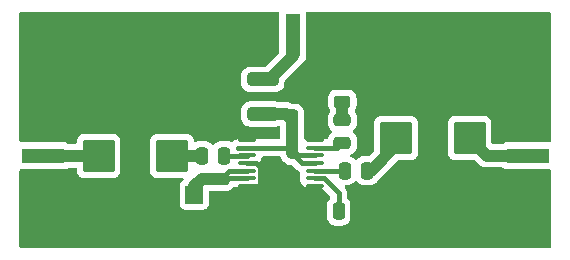
<source format=gbr>
%TF.GenerationSoftware,KiCad,Pcbnew,7.0.7*%
%TF.CreationDate,2023-09-08T15:52:54-04:00*%
%TF.ProjectId,AD8367AGCAmp,41443833-3637-4414-9743-416d702e6b69,rev?*%
%TF.SameCoordinates,PX6422c40PY52f83c0*%
%TF.FileFunction,Copper,L1,Top*%
%TF.FilePolarity,Positive*%
%FSLAX46Y46*%
G04 Gerber Fmt 4.6, Leading zero omitted, Abs format (unit mm)*
G04 Created by KiCad (PCBNEW 7.0.7) date 2023-09-08 15:52:54*
%MOMM*%
%LPD*%
G01*
G04 APERTURE LIST*
G04 Aperture macros list*
%AMRoundRect*
0 Rectangle with rounded corners*
0 $1 Rounding radius*
0 $2 $3 $4 $5 $6 $7 $8 $9 X,Y pos of 4 corners*
0 Add a 4 corners polygon primitive as box body*
4,1,4,$2,$3,$4,$5,$6,$7,$8,$9,$2,$3,0*
0 Add four circle primitives for the rounded corners*
1,1,$1+$1,$2,$3*
1,1,$1+$1,$4,$5*
1,1,$1+$1,$6,$7*
1,1,$1+$1,$8,$9*
0 Add four rect primitives between the rounded corners*
20,1,$1+$1,$2,$3,$4,$5,0*
20,1,$1+$1,$4,$5,$6,$7,0*
20,1,$1+$1,$6,$7,$8,$9,0*
20,1,$1+$1,$8,$9,$2,$3,0*%
G04 Aperture macros list end*
%TA.AperFunction,SMDPad,CuDef*%
%ADD10RoundRect,0.099900X1.250100X-1.250100X1.250100X1.250100X-1.250100X1.250100X-1.250100X-1.250100X0*%
%TD*%
%TA.AperFunction,SMDPad,CuDef*%
%ADD11R,3.600000X1.270000*%
%TD*%
%TA.AperFunction,SMDPad,CuDef*%
%ADD12R,4.200000X1.350000*%
%TD*%
%TA.AperFunction,SMDPad,CuDef*%
%ADD13RoundRect,0.250000X-1.075000X0.312500X-1.075000X-0.312500X1.075000X-0.312500X1.075000X0.312500X0*%
%TD*%
%TA.AperFunction,SMDPad,CuDef*%
%ADD14RoundRect,0.250000X0.250000X0.475000X-0.250000X0.475000X-0.250000X-0.475000X0.250000X-0.475000X0*%
%TD*%
%TA.AperFunction,SMDPad,CuDef*%
%ADD15RoundRect,0.250000X-0.475000X0.250000X-0.475000X-0.250000X0.475000X-0.250000X0.475000X0.250000X0*%
%TD*%
%TA.AperFunction,SMDPad,CuDef*%
%ADD16R,1.500000X1.500000*%
%TD*%
%TA.AperFunction,SMDPad,CuDef*%
%ADD17RoundRect,0.250000X0.450000X-0.262500X0.450000X0.262500X-0.450000X0.262500X-0.450000X-0.262500X0*%
%TD*%
%TA.AperFunction,SMDPad,CuDef*%
%ADD18R,1.270000X3.600000*%
%TD*%
%TA.AperFunction,SMDPad,CuDef*%
%ADD19R,1.350000X4.200000*%
%TD*%
%TA.AperFunction,SMDPad,CuDef*%
%ADD20RoundRect,0.250000X0.475000X-0.250000X0.475000X0.250000X-0.475000X0.250000X-0.475000X-0.250000X0*%
%TD*%
%TA.AperFunction,SMDPad,CuDef*%
%ADD21RoundRect,0.099900X-1.250100X1.250100X-1.250100X-1.250100X1.250100X-1.250100X1.250100X1.250100X0*%
%TD*%
%TA.AperFunction,SMDPad,CuDef*%
%ADD22RoundRect,0.100000X-0.637500X-0.100000X0.637500X-0.100000X0.637500X0.100000X-0.637500X0.100000X0*%
%TD*%
%TA.AperFunction,ViaPad*%
%ADD23C,0.800000*%
%TD*%
%TA.AperFunction,Conductor*%
%ADD24C,0.400000*%
%TD*%
%TA.AperFunction,Conductor*%
%ADD25C,1.000000*%
%TD*%
G04 APERTURE END LIST*
D10*
%TO.P,L2,1,1*%
%TO.N,Net-(C5-Pad1)*%
X31890000Y-10690000D03*
%TO.P,L2,2,2*%
%TO.N,Earth*%
X31890000Y-18310000D03*
%TO.P,L2,3,3*%
X38110000Y-18310000D03*
%TO.P,L2,4,4*%
%TO.N,Net-(J2-In)*%
X38110000Y-10690000D03*
%TD*%
D11*
%TO.P,J1,1,In*%
%TO.N,Net-(J1-In)*%
X1962500Y-12200000D03*
D12*
%TO.P,J1,2,Ext*%
%TO.N,Earth*%
X2162500Y-9375000D03*
X2162500Y-15025000D03*
%TD*%
D13*
%TO.P,R1,1*%
%TO.N,+5V*%
X20600000Y-5737500D03*
%TO.P,R1,2*%
%TO.N,Net-(U1-EN)*%
X20600000Y-8662500D03*
%TD*%
D14*
%TO.P,C6,1*%
%TO.N,Net-(U1-DECL)*%
X27014000Y-16886000D03*
%TO.P,C6,2*%
%TO.N,Earth*%
X25114000Y-16886000D03*
%TD*%
D15*
%TO.P,C2,1*%
%TO.N,Net-(U1-DETO)*%
X17047000Y-14158000D03*
%TO.P,C2,2*%
%TO.N,Earth*%
X17047000Y-16058000D03*
%TD*%
D16*
%TO.P,TP1,1,1*%
%TO.N,Net-(U1-DETO)*%
X14800000Y-15500000D03*
%TD*%
D17*
%TO.P,R2,1*%
%TO.N,Net-(C4-Pad2)*%
X27334000Y-7612500D03*
%TO.P,R2,2*%
%TO.N,Earth*%
X27334000Y-5787500D03*
%TD*%
D18*
%TO.P,J3,1,In*%
%TO.N,+5V*%
X23143000Y-1962500D03*
D19*
%TO.P,J3,2,Ext*%
%TO.N,Earth*%
X25968000Y-2162500D03*
X20318000Y-2162500D03*
%TD*%
D20*
%TO.P,C4,1*%
%TO.N,Net-(U1-HPFL)*%
X27334000Y-11105000D03*
%TO.P,C4,2*%
%TO.N,Net-(C4-Pad2)*%
X27334000Y-9205000D03*
%TD*%
D21*
%TO.P,L1,1,1*%
%TO.N,Net-(C1-Pad2)*%
X12910000Y-12210000D03*
%TO.P,L1,2,2*%
%TO.N,Earth*%
X12910000Y-4590000D03*
%TO.P,L1,3,3*%
X6690000Y-4590000D03*
%TO.P,L1,4,4*%
%TO.N,Net-(J1-In)*%
X6690000Y-12210000D03*
%TD*%
D14*
%TO.P,C5,1*%
%TO.N,Net-(C5-Pad1)*%
X29427000Y-13457000D03*
%TO.P,C5,2*%
%TO.N,Net-(U1-OUTPUT)*%
X27527000Y-13457000D03*
%TD*%
%TO.P,C3,1*%
%TO.N,Earth*%
X24982000Y-9012000D03*
%TO.P,C3,2*%
%TO.N,Net-(U1-EN)*%
X23082000Y-9012000D03*
%TD*%
%TO.P,C1,1*%
%TO.N,Net-(U1-INPUT)*%
X17350000Y-12187000D03*
%TO.P,C1,2*%
%TO.N,Net-(C1-Pad2)*%
X15450000Y-12187000D03*
%TD*%
D11*
%TO.P,J2,1,In*%
%TO.N,Net-(J2-In)*%
X43037500Y-12187000D03*
D12*
%TO.P,J2,2,Ext*%
%TO.N,Earth*%
X42837500Y-15012000D03*
X42837500Y-9362000D03*
%TD*%
D22*
%TO.P,U1,1,ICOM*%
%TO.N,Earth*%
X19264500Y-10872000D03*
%TO.P,U1,2,EN*%
%TO.N,Net-(U1-EN)*%
X19264500Y-11522000D03*
%TO.P,U1,3,INPUT*%
%TO.N,Net-(U1-INPUT)*%
X19264500Y-12172000D03*
%TO.P,U1,4,MODE*%
%TO.N,Earth*%
X19264500Y-12822000D03*
%TO.P,U1,5,GAIN*%
%TO.N,Net-(U1-DETO)*%
X19264500Y-13472000D03*
%TO.P,U1,6,DETO*%
X19264500Y-14122000D03*
%TO.P,U1,7,ICOM*%
%TO.N,Earth*%
X19264500Y-14772000D03*
%TO.P,U1,8,OCOM*%
X24989500Y-14772000D03*
%TO.P,U1,9,DECL*%
%TO.N,Net-(U1-DECL)*%
X24989500Y-14122000D03*
%TO.P,U1,10,OUTPUT*%
%TO.N,Net-(U1-OUTPUT)*%
X24989500Y-13472000D03*
%TO.P,U1,11,VPSO*%
%TO.N,Net-(U1-EN)*%
X24989500Y-12822000D03*
%TO.P,U1,12,VPSI*%
X24989500Y-12172000D03*
%TO.P,U1,13,HPFL*%
%TO.N,Net-(U1-HPFL)*%
X24989500Y-11522000D03*
%TO.P,U1,14,ICOM*%
%TO.N,Earth*%
X24989500Y-10872000D03*
%TD*%
D23*
%TO.N,Earth*%
X18000000Y-2000000D03*
X43000000Y-18000000D03*
X13000000Y-16000000D03*
X16000000Y-9000000D03*
X2000000Y-18000000D03*
X25000000Y-6000000D03*
X43000000Y-2000000D03*
X22000000Y-18000000D03*
X29000000Y-16000000D03*
X31000000Y-6000000D03*
X2000000Y-2000000D03*
X35000000Y-18000000D03*
X28000000Y-2000000D03*
%TD*%
D24*
%TO.N,Net-(U1-INPUT)*%
X17350000Y-12187000D02*
X19249500Y-12187000D01*
X19249500Y-12187000D02*
X19264500Y-12172000D01*
%TO.N,Net-(C1-Pad2)*%
X12933000Y-12187000D02*
X12910000Y-12210000D01*
D25*
X15450000Y-12187000D02*
X12933000Y-12187000D01*
%TO.N,Net-(U1-DETO)*%
X14800000Y-14800000D02*
X14800000Y-15500000D01*
D24*
X17083000Y-14122000D02*
X17047000Y-14158000D01*
D25*
X17047000Y-14158000D02*
X15442000Y-14158000D01*
X15442000Y-14158000D02*
X14800000Y-14800000D01*
D24*
X19264500Y-14122000D02*
X17083000Y-14122000D01*
X17733000Y-13472000D02*
X17047000Y-14158000D01*
X19264500Y-13472000D02*
X17733000Y-13472000D01*
%TO.N,Earth*%
X20402000Y-13164893D02*
X20402000Y-14598000D01*
X20228000Y-14772000D02*
X19264500Y-14772000D01*
X20402000Y-14598000D02*
X20228000Y-14772000D01*
X20059107Y-12822000D02*
X20402000Y-13164893D01*
X19264500Y-12822000D02*
X20059107Y-12822000D01*
%TO.N,Net-(U1-EN)*%
X22899500Y-9012000D02*
X23082000Y-9012000D01*
X23904000Y-12822000D02*
X24989500Y-12822000D01*
D25*
X20600000Y-8662500D02*
X22550000Y-8662500D01*
X22550000Y-8662500D02*
X22899500Y-9012000D01*
D24*
X19264500Y-11522000D02*
X18469893Y-11522000D01*
X23544893Y-12172000D02*
X24989500Y-12172000D01*
X22894893Y-11522000D02*
X23544893Y-12172000D01*
X19264500Y-11522000D02*
X22894893Y-11522000D01*
X23082000Y-12000000D02*
X23082000Y-11709107D01*
D25*
X23082000Y-9012000D02*
X23082000Y-12000000D01*
D24*
X23082000Y-11709107D02*
X22894893Y-11522000D01*
X23082000Y-12000000D02*
X23904000Y-12822000D01*
%TO.N,Net-(U1-HPFL)*%
X24989500Y-11522000D02*
X26917000Y-11522000D01*
X26917000Y-11522000D02*
X27334000Y-11105000D01*
D25*
%TO.N,Net-(C4-Pad2)*%
X27334000Y-9205000D02*
X27334000Y-7638500D01*
%TO.N,Net-(C5-Pad1)*%
X31890000Y-10690000D02*
X31890000Y-11314000D01*
X31890000Y-11314000D02*
X29747000Y-13457000D01*
X29747000Y-13457000D02*
X29427000Y-13457000D01*
D24*
%TO.N,Net-(U1-OUTPUT)*%
X27512000Y-13472000D02*
X27527000Y-13457000D01*
X24989500Y-13472000D02*
X27512000Y-13472000D01*
%TO.N,Net-(U1-DECL)*%
X25784107Y-14122000D02*
X27014000Y-15351893D01*
X27014000Y-15351893D02*
X27014000Y-16886000D01*
X24989500Y-14122000D02*
X25784107Y-14122000D01*
D25*
%TO.N,Net-(J1-In)*%
X6680000Y-12200000D02*
X1962500Y-12200000D01*
D24*
X6690000Y-12210000D02*
X6680000Y-12200000D01*
D25*
%TO.N,Net-(J2-In)*%
X39607000Y-12187000D02*
X38110000Y-10690000D01*
X43037500Y-12187000D02*
X39607000Y-12187000D01*
%TO.N,+5V*%
X23143000Y-1962500D02*
X23143000Y-3744500D01*
X23143000Y-3744500D02*
X21300000Y-5587500D01*
%TD*%
%TA.AperFunction,Conductor*%
%TO.N,Earth*%
G36*
X21950539Y-20185D02*
G01*
X21996294Y-72989D01*
X22007500Y-124500D01*
X22007500Y-3413717D01*
X21987815Y-3480756D01*
X21971181Y-3501398D01*
X20834397Y-4638181D01*
X20773074Y-4671666D01*
X20746716Y-4674500D01*
X19474998Y-4674500D01*
X19474981Y-4674501D01*
X19372203Y-4685000D01*
X19372200Y-4685001D01*
X19205668Y-4740185D01*
X19205663Y-4740187D01*
X19056342Y-4832289D01*
X18932289Y-4956342D01*
X18840187Y-5105663D01*
X18840185Y-5105666D01*
X18840186Y-5105666D01*
X18785001Y-5272203D01*
X18785001Y-5272204D01*
X18785000Y-5272204D01*
X18774500Y-5374983D01*
X18774500Y-6100001D01*
X18774501Y-6100019D01*
X18785000Y-6202796D01*
X18785001Y-6202799D01*
X18840185Y-6369331D01*
X18840186Y-6369334D01*
X18932288Y-6518656D01*
X19056344Y-6642712D01*
X19205666Y-6734814D01*
X19372203Y-6789999D01*
X19474991Y-6800500D01*
X21725008Y-6800499D01*
X21827797Y-6789999D01*
X21994334Y-6734814D01*
X22143656Y-6642712D01*
X22267712Y-6518656D01*
X22359814Y-6369334D01*
X22414999Y-6202797D01*
X22425500Y-6100009D01*
X22425499Y-5928282D01*
X22445183Y-5861243D01*
X22461813Y-5840606D01*
X23841487Y-4460933D01*
X23906053Y-4399559D01*
X23941112Y-4349186D01*
X23943925Y-4345457D01*
X23982698Y-4297907D01*
X23998605Y-4267453D01*
X24002674Y-4260738D01*
X24022295Y-4232549D01*
X24026740Y-4222190D01*
X24066379Y-4171824D01*
X24135546Y-4120046D01*
X24221796Y-4004831D01*
X24272091Y-3869983D01*
X24278500Y-3810373D01*
X24278499Y-124499D01*
X24298184Y-57461D01*
X24350988Y-11706D01*
X24402499Y-500D01*
X27199901Y-500D01*
X44875500Y-500D01*
X44942539Y-20185D01*
X44988294Y-72989D01*
X44999500Y-124500D01*
X44999500Y-10927500D01*
X44979815Y-10994539D01*
X44927011Y-11040294D01*
X44875500Y-11051500D01*
X41189629Y-11051500D01*
X41189623Y-11051501D01*
X41130016Y-11057908D01*
X40995171Y-11108202D01*
X40995169Y-11108204D01*
X40923618Y-11161767D01*
X40858154Y-11186184D01*
X40849307Y-11186500D01*
X40084499Y-11186500D01*
X40017460Y-11166815D01*
X39971705Y-11114011D01*
X39960499Y-11062500D01*
X39960499Y-9400547D01*
X39958464Y-9385093D01*
X39945046Y-9283164D01*
X39936180Y-9261760D01*
X39884550Y-9137110D01*
X39884548Y-9137107D01*
X39788310Y-9011689D01*
X39662892Y-8915451D01*
X39662889Y-8915450D01*
X39516839Y-8854955D01*
X39516837Y-8854954D01*
X39516836Y-8854954D01*
X39399453Y-8839500D01*
X36820547Y-8839500D01*
X36703163Y-8854954D01*
X36703157Y-8854956D01*
X36557110Y-8915449D01*
X36557107Y-8915451D01*
X36431689Y-9011689D01*
X36335451Y-9137107D01*
X36335450Y-9137110D01*
X36274955Y-9283160D01*
X36274954Y-9283164D01*
X36259500Y-9400539D01*
X36259500Y-11979452D01*
X36274954Y-12096836D01*
X36274956Y-12096842D01*
X36335449Y-12242889D01*
X36335451Y-12242892D01*
X36431689Y-12368310D01*
X36557107Y-12464548D01*
X36557108Y-12464548D01*
X36557109Y-12464549D01*
X36703164Y-12525046D01*
X36820547Y-12540500D01*
X38494215Y-12540499D01*
X38561254Y-12560184D01*
X38581896Y-12576818D01*
X38890566Y-12885487D01*
X38951938Y-12950050D01*
X38951941Y-12950053D01*
X39002281Y-12985092D01*
X39006043Y-12987928D01*
X39053587Y-13026694D01*
X39053590Y-13026695D01*
X39053593Y-13026698D01*
X39084045Y-13042604D01*
X39090758Y-13046672D01*
X39118951Y-13066295D01*
X39175329Y-13090489D01*
X39179578Y-13092507D01*
X39233951Y-13120909D01*
X39261489Y-13128788D01*
X39266974Y-13130358D01*
X39274368Y-13132990D01*
X39305942Y-13146540D01*
X39305945Y-13146540D01*
X39305946Y-13146541D01*
X39366022Y-13158887D01*
X39370600Y-13160010D01*
X39384501Y-13163987D01*
X39429582Y-13176887D01*
X39463839Y-13179495D01*
X39471614Y-13180586D01*
X39505255Y-13187500D01*
X39505259Y-13187500D01*
X39566599Y-13187500D01*
X39571305Y-13187678D01*
X39606063Y-13190325D01*
X39632476Y-13192337D01*
X39632476Y-13192336D01*
X39632477Y-13192337D01*
X39666560Y-13187996D01*
X39674390Y-13187500D01*
X40849307Y-13187500D01*
X40916346Y-13207185D01*
X40923618Y-13212233D01*
X40995169Y-13265796D01*
X40995170Y-13265796D01*
X40995171Y-13265797D01*
X41130017Y-13316091D01*
X41130016Y-13316091D01*
X41136944Y-13316835D01*
X41189627Y-13322500D01*
X44875500Y-13322499D01*
X44942539Y-13342184D01*
X44988294Y-13394988D01*
X44999500Y-13446499D01*
X44999500Y-19875500D01*
X44979815Y-19942539D01*
X44927011Y-19988294D01*
X44875500Y-19999500D01*
X124500Y-19999500D01*
X57461Y-19979815D01*
X11706Y-19927011D01*
X500Y-19875500D01*
X500Y-13459499D01*
X20185Y-13392460D01*
X72989Y-13346705D01*
X124495Y-13335499D01*
X3810372Y-13335499D01*
X3869983Y-13329091D01*
X4004831Y-13278796D01*
X4076381Y-13225233D01*
X4141846Y-13200816D01*
X4150693Y-13200500D01*
X4715501Y-13200500D01*
X4782540Y-13220185D01*
X4828295Y-13272989D01*
X4839501Y-13324500D01*
X4839501Y-13499452D01*
X4854954Y-13616836D01*
X4854956Y-13616842D01*
X4915449Y-13762889D01*
X4915451Y-13762892D01*
X5011689Y-13888310D01*
X5137107Y-13984548D01*
X5137108Y-13984548D01*
X5137109Y-13984549D01*
X5283164Y-14045046D01*
X5400547Y-14060500D01*
X7979452Y-14060499D01*
X8096836Y-14045046D01*
X8242891Y-13984549D01*
X8368310Y-13888310D01*
X8464549Y-13762891D01*
X8525046Y-13616836D01*
X8540500Y-13499453D01*
X8540500Y-13499452D01*
X11059500Y-13499452D01*
X11074954Y-13616836D01*
X11074956Y-13616842D01*
X11135449Y-13762889D01*
X11135451Y-13762892D01*
X11231689Y-13888310D01*
X11357107Y-13984548D01*
X11357108Y-13984548D01*
X11357109Y-13984549D01*
X11503164Y-14045046D01*
X11620547Y-14060500D01*
X13779142Y-14060499D01*
X13846181Y-14080184D01*
X13891936Y-14132987D01*
X13901880Y-14202146D01*
X13872855Y-14265702D01*
X13822476Y-14300680D01*
X13807675Y-14306200D01*
X13807664Y-14306206D01*
X13692455Y-14392452D01*
X13692452Y-14392455D01*
X13606206Y-14507664D01*
X13606202Y-14507671D01*
X13555908Y-14642517D01*
X13549501Y-14702116D01*
X13549500Y-14702135D01*
X13549500Y-16297870D01*
X13549501Y-16297876D01*
X13555908Y-16357483D01*
X13606202Y-16492328D01*
X13606206Y-16492335D01*
X13692452Y-16607544D01*
X13692455Y-16607547D01*
X13807664Y-16693793D01*
X13807671Y-16693797D01*
X13942517Y-16744091D01*
X13942516Y-16744091D01*
X13949444Y-16744835D01*
X14002127Y-16750500D01*
X15597872Y-16750499D01*
X15657483Y-16744091D01*
X15792331Y-16693796D01*
X15907546Y-16607546D01*
X15993796Y-16492331D01*
X16044091Y-16357483D01*
X16050500Y-16297873D01*
X16050499Y-15282499D01*
X16070183Y-15215461D01*
X16122987Y-15169706D01*
X16174499Y-15158500D01*
X17100766Y-15158500D01*
X17100786Y-15158499D01*
X17572002Y-15158499D01*
X17572008Y-15158499D01*
X17674797Y-15147999D01*
X17841334Y-15092814D01*
X17990656Y-15000712D01*
X18114712Y-14876656D01*
X18114714Y-14876652D01*
X18119195Y-14870987D01*
X18121412Y-14872740D01*
X18163737Y-14834676D01*
X18217323Y-14822500D01*
X19310612Y-14822500D01*
X19310628Y-14822499D01*
X19941363Y-14822499D01*
X20058753Y-14807046D01*
X20058757Y-14807044D01*
X20058762Y-14807044D01*
X20204841Y-14746536D01*
X20330282Y-14650282D01*
X20426536Y-14524841D01*
X20487044Y-14378762D01*
X20502500Y-14261361D01*
X20502499Y-13982640D01*
X20502499Y-13982638D01*
X20502499Y-13982636D01*
X20487046Y-13865246D01*
X20487044Y-13865239D01*
X20487044Y-13865238D01*
X20478434Y-13844451D01*
X20470965Y-13774982D01*
X20478432Y-13749549D01*
X20487044Y-13728762D01*
X20502500Y-13611361D01*
X20502499Y-13332640D01*
X20502499Y-13332636D01*
X20487046Y-13215246D01*
X20487044Y-13215241D01*
X20487044Y-13215238D01*
X20426536Y-13069159D01*
X20330282Y-12943718D01*
X20299860Y-12920374D01*
X20258658Y-12863949D01*
X20254503Y-12794203D01*
X20288714Y-12733282D01*
X20299851Y-12723631D01*
X20330282Y-12700282D01*
X20426536Y-12574841D01*
X20487044Y-12428762D01*
X20500004Y-12330314D01*
X20528272Y-12266418D01*
X20586596Y-12227947D01*
X20622944Y-12222500D01*
X22012165Y-12222500D01*
X22079204Y-12242185D01*
X22124959Y-12294989D01*
X22130478Y-12309378D01*
X22157838Y-12396582D01*
X22157844Y-12396594D01*
X22256589Y-12574499D01*
X22256592Y-12574504D01*
X22389132Y-12728893D01*
X22389134Y-12728895D01*
X22550037Y-12853445D01*
X22550038Y-12853445D01*
X22550042Y-12853448D01*
X22732729Y-12943060D01*
X22929715Y-12994063D01*
X23046066Y-12999963D01*
X23112023Y-13023018D01*
X23127466Y-13036123D01*
X23392392Y-13301048D01*
X23394928Y-13303742D01*
X23436071Y-13350183D01*
X23483631Y-13383011D01*
X23487115Y-13385416D01*
X23490120Y-13387626D01*
X23538944Y-13425878D01*
X23538946Y-13425879D01*
X23538949Y-13425881D01*
X23548177Y-13430034D01*
X23567731Y-13441062D01*
X23576066Y-13446816D01*
X23576068Y-13446816D01*
X23576070Y-13446818D01*
X23634067Y-13468812D01*
X23637488Y-13470229D01*
X23678394Y-13488640D01*
X23731447Y-13534104D01*
X23751498Y-13601035D01*
X23751500Y-13601705D01*
X23751500Y-13611360D01*
X23766953Y-13728753D01*
X23766957Y-13728765D01*
X23775566Y-13749550D01*
X23783033Y-13819019D01*
X23775566Y-13844450D01*
X23766957Y-13865234D01*
X23766955Y-13865239D01*
X23751500Y-13982638D01*
X23751500Y-14261363D01*
X23766953Y-14378753D01*
X23766956Y-14378762D01*
X23827410Y-14524712D01*
X23827464Y-14524841D01*
X23923718Y-14650282D01*
X24049159Y-14746536D01*
X24195238Y-14807044D01*
X24312639Y-14822500D01*
X24942946Y-14822499D01*
X24942964Y-14822500D01*
X24947128Y-14822500D01*
X25442588Y-14822500D01*
X25509627Y-14842185D01*
X25530269Y-14858819D01*
X26277181Y-15605731D01*
X26310666Y-15667054D01*
X26313500Y-15693412D01*
X26313500Y-15748769D01*
X26293815Y-15815808D01*
X26277182Y-15836450D01*
X26171287Y-15942345D01*
X26079187Y-16091663D01*
X26079185Y-16091668D01*
X26076457Y-16099901D01*
X26024001Y-16258203D01*
X26024001Y-16258204D01*
X26024000Y-16258204D01*
X26013500Y-16360983D01*
X26013500Y-17411001D01*
X26013501Y-17411019D01*
X26024000Y-17513796D01*
X26024001Y-17513799D01*
X26079185Y-17680331D01*
X26079186Y-17680334D01*
X26171288Y-17829656D01*
X26295344Y-17953712D01*
X26444666Y-18045814D01*
X26611203Y-18100999D01*
X26713991Y-18111500D01*
X27314008Y-18111499D01*
X27314016Y-18111498D01*
X27314019Y-18111498D01*
X27370302Y-18105748D01*
X27416797Y-18100999D01*
X27583334Y-18045814D01*
X27732656Y-17953712D01*
X27856712Y-17829656D01*
X27948814Y-17680334D01*
X28003999Y-17513797D01*
X28014500Y-17411009D01*
X28014499Y-16360992D01*
X28014140Y-16357482D01*
X28003999Y-16258203D01*
X28003998Y-16258200D01*
X27948814Y-16091666D01*
X27856712Y-15942344D01*
X27750817Y-15836449D01*
X27717333Y-15775127D01*
X27714500Y-15748778D01*
X27714500Y-15374893D01*
X27714610Y-15371216D01*
X27718357Y-15309287D01*
X27707177Y-15248279D01*
X27706615Y-15244582D01*
X27699140Y-15183022D01*
X27699139Y-15183018D01*
X27695546Y-15173544D01*
X27689519Y-15151922D01*
X27687694Y-15141963D01*
X27687694Y-15141961D01*
X27662239Y-15085405D01*
X27660809Y-15081950D01*
X27638818Y-15023963D01*
X27633059Y-15015620D01*
X27622030Y-14996065D01*
X27617877Y-14986836D01*
X27617874Y-14986831D01*
X27579633Y-14938020D01*
X27577413Y-14935003D01*
X27537922Y-14877791D01*
X27540445Y-14876048D01*
X27516683Y-14825509D01*
X27525857Y-14756244D01*
X27571023Y-14702935D01*
X27637839Y-14682507D01*
X27639217Y-14682499D01*
X27827002Y-14682499D01*
X27827008Y-14682499D01*
X27929797Y-14671999D01*
X28096334Y-14616814D01*
X28245656Y-14524712D01*
X28369712Y-14400656D01*
X28371461Y-14397819D01*
X28373169Y-14396283D01*
X28374193Y-14394989D01*
X28374414Y-14395163D01*
X28423406Y-14351096D01*
X28492368Y-14339872D01*
X28556451Y-14367713D01*
X28582537Y-14397817D01*
X28584288Y-14400656D01*
X28708344Y-14524712D01*
X28857666Y-14616814D01*
X29024203Y-14671999D01*
X29126991Y-14682500D01*
X29727008Y-14682499D01*
X29727016Y-14682498D01*
X29727019Y-14682498D01*
X29783302Y-14676748D01*
X29829797Y-14671999D01*
X29996334Y-14616814D01*
X30145656Y-14524712D01*
X30269712Y-14400656D01*
X30348752Y-14272510D01*
X30378693Y-14241660D01*
X30377646Y-14240376D01*
X30382518Y-14236403D01*
X30382519Y-14236402D01*
X30425917Y-14193002D01*
X30429336Y-14189834D01*
X30475895Y-14149866D01*
X30496931Y-14122688D01*
X30502101Y-14116818D01*
X32042102Y-12576817D01*
X32103425Y-12543333D01*
X32129783Y-12540499D01*
X33179453Y-12540499D01*
X33193108Y-12538701D01*
X33296836Y-12525046D01*
X33406377Y-12479673D01*
X33442889Y-12464550D01*
X33442892Y-12464548D01*
X33482467Y-12434181D01*
X33568310Y-12368310D01*
X33664549Y-12242891D01*
X33725046Y-12096836D01*
X33740500Y-11979453D01*
X33740499Y-9400548D01*
X33725046Y-9283164D01*
X33716180Y-9261760D01*
X33664550Y-9137110D01*
X33664548Y-9137107D01*
X33568310Y-9011689D01*
X33442892Y-8915451D01*
X33442889Y-8915450D01*
X33296839Y-8854955D01*
X33296837Y-8854954D01*
X33296836Y-8854954D01*
X33179453Y-8839500D01*
X30600547Y-8839500D01*
X30483163Y-8854954D01*
X30483157Y-8854956D01*
X30337110Y-8915449D01*
X30337107Y-8915451D01*
X30211689Y-9011689D01*
X30115451Y-9137107D01*
X30115450Y-9137110D01*
X30054955Y-9283160D01*
X30054954Y-9283164D01*
X30039500Y-9400539D01*
X30039500Y-11698216D01*
X30019815Y-11765255D01*
X30003181Y-11785897D01*
X29593897Y-12195181D01*
X29532574Y-12228666D01*
X29506216Y-12231500D01*
X29126998Y-12231500D01*
X29126980Y-12231501D01*
X29024203Y-12242000D01*
X29024200Y-12242001D01*
X28857668Y-12297185D01*
X28857663Y-12297187D01*
X28708342Y-12389289D01*
X28584288Y-12513343D01*
X28584282Y-12513351D01*
X28582531Y-12516190D01*
X28580823Y-12517725D01*
X28579807Y-12519011D01*
X28579587Y-12518837D01*
X28530579Y-12562910D01*
X28461615Y-12574125D01*
X28397536Y-12546275D01*
X28371459Y-12516176D01*
X28369712Y-12513344D01*
X28245656Y-12389288D01*
X28150043Y-12330314D01*
X28096336Y-12297187D01*
X28096331Y-12297185D01*
X28079193Y-12291506D01*
X28021750Y-12251731D01*
X27994929Y-12187215D01*
X28007246Y-12118439D01*
X28054790Y-12067241D01*
X28079184Y-12056100D01*
X28128334Y-12039814D01*
X28277656Y-11947712D01*
X28401712Y-11823656D01*
X28493814Y-11674334D01*
X28548999Y-11507797D01*
X28559500Y-11405009D01*
X28559499Y-10804992D01*
X28556557Y-10776195D01*
X28548999Y-10702203D01*
X28548998Y-10702200D01*
X28547441Y-10697500D01*
X28493814Y-10535666D01*
X28401712Y-10386344D01*
X28277656Y-10262288D01*
X28274819Y-10260538D01*
X28273283Y-10258830D01*
X28271989Y-10257807D01*
X28272163Y-10257585D01*
X28228096Y-10208594D01*
X28216872Y-10139632D01*
X28244713Y-10075549D01*
X28274817Y-10049462D01*
X28277656Y-10047712D01*
X28401712Y-9923656D01*
X28493814Y-9774334D01*
X28548999Y-9607797D01*
X28559500Y-9505009D01*
X28559499Y-8904992D01*
X28548999Y-8802203D01*
X28493814Y-8635666D01*
X28401712Y-8486344D01*
X28401143Y-8485775D01*
X28400877Y-8485288D01*
X28397234Y-8480681D01*
X28398021Y-8480058D01*
X28367658Y-8424452D01*
X28372642Y-8354760D01*
X28383279Y-8333008D01*
X28468814Y-8194334D01*
X28523999Y-8027797D01*
X28534500Y-7925009D01*
X28534499Y-7299992D01*
X28523999Y-7197203D01*
X28468814Y-7030666D01*
X28376712Y-6881344D01*
X28252656Y-6757288D01*
X28103334Y-6665186D01*
X27936797Y-6610001D01*
X27936795Y-6610000D01*
X27834010Y-6599500D01*
X26833998Y-6599500D01*
X26833980Y-6599501D01*
X26731203Y-6610000D01*
X26731200Y-6610001D01*
X26564668Y-6665185D01*
X26564663Y-6665187D01*
X26415342Y-6757289D01*
X26291289Y-6881342D01*
X26199187Y-7030663D01*
X26199185Y-7030666D01*
X26199186Y-7030666D01*
X26144001Y-7197203D01*
X26144001Y-7197204D01*
X26144000Y-7197204D01*
X26133500Y-7299983D01*
X26133500Y-7925001D01*
X26133501Y-7925019D01*
X26144000Y-8027796D01*
X26144001Y-8027799D01*
X26199185Y-8194331D01*
X26199189Y-8194340D01*
X26284714Y-8332998D01*
X26303154Y-8400390D01*
X26282231Y-8467053D01*
X26266864Y-8485768D01*
X26266289Y-8486342D01*
X26174187Y-8635663D01*
X26174185Y-8635666D01*
X26174186Y-8635666D01*
X26119001Y-8802203D01*
X26119001Y-8802204D01*
X26119000Y-8802204D01*
X26108500Y-8904983D01*
X26108500Y-9505001D01*
X26108501Y-9505019D01*
X26119000Y-9607796D01*
X26119001Y-9607799D01*
X26174185Y-9774331D01*
X26174187Y-9774336D01*
X26191651Y-9802650D01*
X26266288Y-9923656D01*
X26390344Y-10047712D01*
X26393174Y-10049458D01*
X26394708Y-10051163D01*
X26396011Y-10052193D01*
X26395835Y-10052415D01*
X26439901Y-10101401D01*
X26451127Y-10170363D01*
X26423288Y-10234447D01*
X26393190Y-10260531D01*
X26390351Y-10262282D01*
X26390343Y-10262288D01*
X26266289Y-10386342D01*
X26174187Y-10535663D01*
X26174185Y-10535666D01*
X26174186Y-10535666D01*
X26120560Y-10697500D01*
X26119001Y-10702204D01*
X26119000Y-10702205D01*
X26118194Y-10710102D01*
X26091798Y-10774794D01*
X26034617Y-10814945D01*
X25994836Y-10821500D01*
X24312636Y-10821500D01*
X24222683Y-10833342D01*
X24153648Y-10822575D01*
X24101393Y-10776195D01*
X24082500Y-10710403D01*
X24082500Y-8958527D01*
X24082499Y-8958502D01*
X24082499Y-8486998D01*
X24082498Y-8486981D01*
X24071999Y-8384203D01*
X24071998Y-8384200D01*
X24016814Y-8217666D01*
X23924712Y-8068344D01*
X23800656Y-7944288D01*
X23651334Y-7852186D01*
X23484797Y-7797001D01*
X23484795Y-7797000D01*
X23382016Y-7786500D01*
X23382009Y-7786500D01*
X23071209Y-7786500D01*
X23022313Y-7776452D01*
X22981672Y-7759011D01*
X22977436Y-7757000D01*
X22948883Y-7742085D01*
X22923052Y-7728592D01*
X22923049Y-7728591D01*
X22917008Y-7726862D01*
X22890030Y-7719142D01*
X22882630Y-7716508D01*
X22851057Y-7702959D01*
X22851058Y-7702959D01*
X22790966Y-7690609D01*
X22786391Y-7689486D01*
X22727420Y-7672613D01*
X22727425Y-7672613D01*
X22693158Y-7670003D01*
X22685380Y-7668912D01*
X22651742Y-7662000D01*
X22651741Y-7662000D01*
X22590402Y-7662000D01*
X22585695Y-7661821D01*
X22580121Y-7661396D01*
X22524524Y-7657162D01*
X22504589Y-7659701D01*
X22490440Y-7661503D01*
X22482611Y-7662000D01*
X22004729Y-7662000D01*
X21965725Y-7655706D01*
X21827797Y-7610001D01*
X21827795Y-7610000D01*
X21725010Y-7599500D01*
X19474998Y-7599500D01*
X19474981Y-7599501D01*
X19372203Y-7610000D01*
X19372200Y-7610001D01*
X19205668Y-7665185D01*
X19205663Y-7665187D01*
X19056342Y-7757289D01*
X18932289Y-7881342D01*
X18840187Y-8030663D01*
X18840185Y-8030666D01*
X18840186Y-8030666D01*
X18785001Y-8197203D01*
X18785001Y-8197204D01*
X18785000Y-8197204D01*
X18774500Y-8299983D01*
X18774500Y-9025001D01*
X18774501Y-9025019D01*
X18785000Y-9127796D01*
X18785001Y-9127799D01*
X18836482Y-9283157D01*
X18840186Y-9294334D01*
X18932288Y-9443656D01*
X19056344Y-9567712D01*
X19205666Y-9659814D01*
X19372203Y-9714999D01*
X19474991Y-9725500D01*
X21725008Y-9725499D01*
X21827797Y-9714999D01*
X21918496Y-9684943D01*
X21988324Y-9682542D01*
X22048366Y-9718273D01*
X22079559Y-9780794D01*
X22081500Y-9802650D01*
X22081500Y-10697500D01*
X22061815Y-10764539D01*
X22009011Y-10810294D01*
X21957500Y-10821500D01*
X18427519Y-10821500D01*
X18301024Y-10836859D01*
X18301018Y-10836860D01*
X18141961Y-10897182D01*
X17995791Y-10998078D01*
X17994316Y-10995941D01*
X17942252Y-11020403D01*
X17884276Y-11015569D01*
X17752797Y-10972001D01*
X17752795Y-10972000D01*
X17650010Y-10961500D01*
X17049998Y-10961500D01*
X17049980Y-10961501D01*
X16947203Y-10972000D01*
X16947200Y-10972001D01*
X16780668Y-11027185D01*
X16780663Y-11027187D01*
X16631342Y-11119289D01*
X16507285Y-11243346D01*
X16505537Y-11246182D01*
X16503829Y-11247717D01*
X16502807Y-11249011D01*
X16502585Y-11248836D01*
X16453589Y-11292905D01*
X16384626Y-11304126D01*
X16320544Y-11276282D01*
X16294463Y-11246182D01*
X16292714Y-11243346D01*
X16168657Y-11119289D01*
X16168656Y-11119289D01*
X16168656Y-11119288D01*
X16053650Y-11048352D01*
X16019336Y-11027187D01*
X16019331Y-11027185D01*
X15978657Y-11013707D01*
X15852797Y-10972001D01*
X15852795Y-10972000D01*
X15750010Y-10961500D01*
X15149998Y-10961500D01*
X15149980Y-10961501D01*
X15047203Y-10972000D01*
X15047200Y-10972001D01*
X14921341Y-11013707D01*
X14851512Y-11016109D01*
X14791471Y-10980377D01*
X14760278Y-10917856D01*
X14759398Y-10912185D01*
X14755642Y-10883653D01*
X14745046Y-10803164D01*
X14703228Y-10702204D01*
X14684550Y-10657110D01*
X14684548Y-10657107D01*
X14588310Y-10531689D01*
X14462892Y-10435451D01*
X14462889Y-10435450D01*
X14316839Y-10374955D01*
X14316837Y-10374954D01*
X14316836Y-10374954D01*
X14199453Y-10359500D01*
X11620547Y-10359500D01*
X11503163Y-10374954D01*
X11503157Y-10374956D01*
X11357110Y-10435449D01*
X11357107Y-10435451D01*
X11231689Y-10531689D01*
X11135451Y-10657107D01*
X11135450Y-10657110D01*
X11074955Y-10803160D01*
X11074954Y-10803164D01*
X11059500Y-10920539D01*
X11059500Y-13499452D01*
X8540500Y-13499452D01*
X8540499Y-10920548D01*
X8525046Y-10803164D01*
X8483228Y-10702204D01*
X8464550Y-10657110D01*
X8464548Y-10657107D01*
X8368310Y-10531689D01*
X8242892Y-10435451D01*
X8242889Y-10435450D01*
X8096839Y-10374955D01*
X8096837Y-10374954D01*
X8096836Y-10374954D01*
X7979453Y-10359500D01*
X5400547Y-10359500D01*
X5283163Y-10374954D01*
X5283157Y-10374956D01*
X5137110Y-10435449D01*
X5137107Y-10435451D01*
X5011689Y-10531689D01*
X4915451Y-10657107D01*
X4915450Y-10657110D01*
X4854955Y-10803160D01*
X4854954Y-10803164D01*
X4839500Y-10920539D01*
X4839500Y-11075500D01*
X4819815Y-11142539D01*
X4767011Y-11188294D01*
X4715500Y-11199500D01*
X4150693Y-11199500D01*
X4083654Y-11179815D01*
X4076382Y-11174767D01*
X4059016Y-11161767D01*
X4004831Y-11121204D01*
X4004829Y-11121203D01*
X4004828Y-11121202D01*
X3869982Y-11070908D01*
X3869983Y-11070908D01*
X3810383Y-11064501D01*
X3810381Y-11064500D01*
X3810373Y-11064500D01*
X3810365Y-11064500D01*
X124500Y-11064500D01*
X57461Y-11044815D01*
X11706Y-10992011D01*
X500Y-10940500D01*
X500Y-124500D01*
X20185Y-57461D01*
X72989Y-11706D01*
X124500Y-500D01*
X21883500Y-500D01*
X21950539Y-20185D01*
G37*
%TD.AperFunction*%
%TD*%
M02*

</source>
